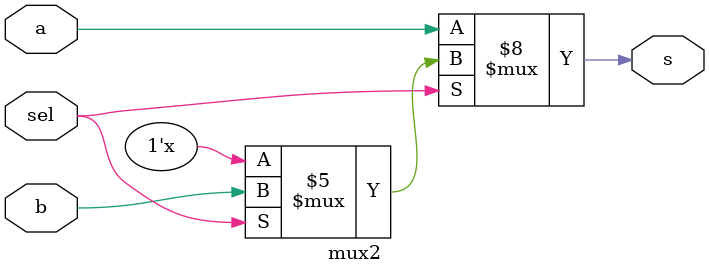
<source format=sv>
module mux2(a,b, sel, s);
parameter DW=1;
input bit [DW-1:0] a;
input bit [DW-1:0] b;
input bit sel;
output bit [DW-1:0] s;



always@(*)
	if(sel==1'b0) s<= #1ps a;
	else if(sel==1'b1) s<= #1ps b;
	else s<= #1ps 1'bx;
endmodule

</source>
